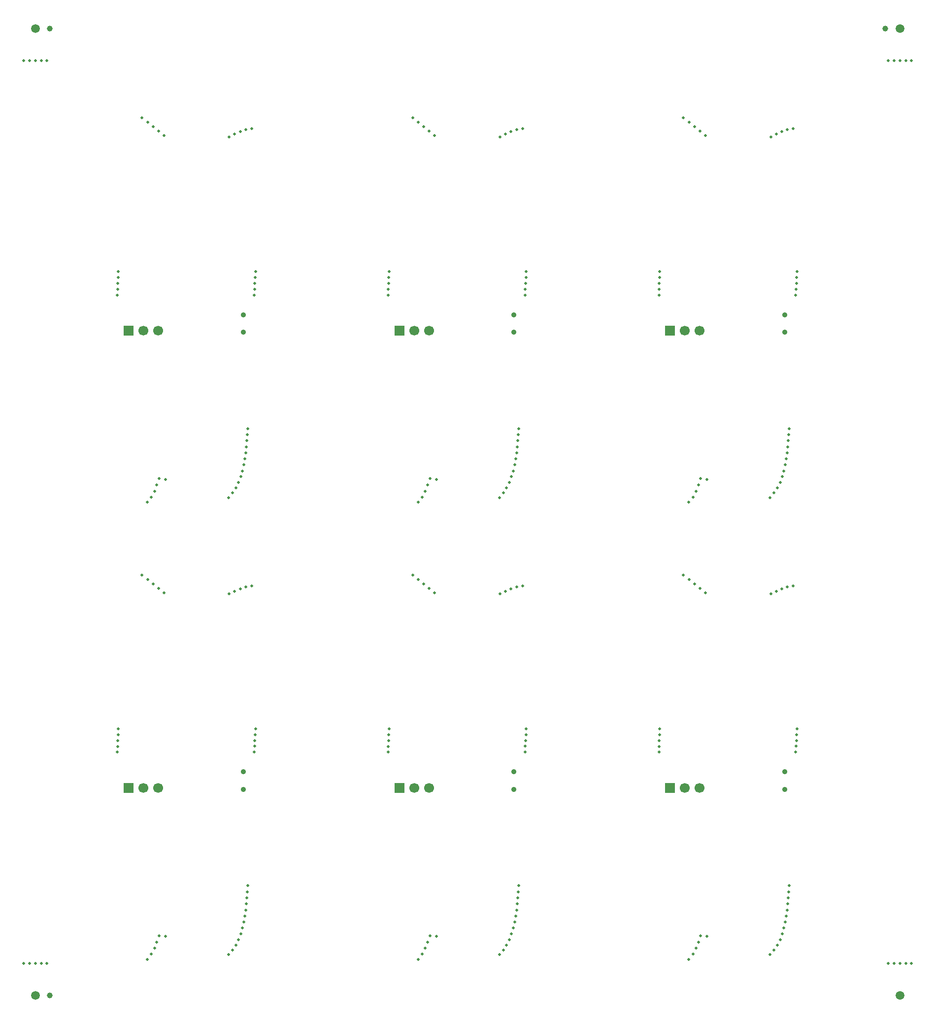
<source format=gbr>
%TF.GenerationSoftware,KiCad,Pcbnew,9.0.3*%
%TF.CreationDate,2025-07-23T15:56:11-05:00*%
%TF.ProjectId,panel,70616e65-6c2e-46b6-9963-61645f706362,rev?*%
%TF.SameCoordinates,Original*%
%TF.FileFunction,Soldermask,Top*%
%TF.FilePolarity,Negative*%
%FSLAX46Y46*%
G04 Gerber Fmt 4.6, Leading zero omitted, Abs format (unit mm)*
G04 Created by KiCad (PCBNEW 9.0.3) date 2025-07-23 15:56:11*
%MOMM*%
%LPD*%
G01*
G04 APERTURE LIST*
%ADD10C,0.500000*%
%ADD11C,1.500000*%
%ADD12C,1.000000*%
%ADD13C,0.900000*%
%ADD14R,1.700000X1.700000*%
%ADD15C,1.700000*%
G04 APERTURE END LIST*
D10*
%TO.C,KiKit_MB_28_4*%
X156920592Y-118395879D03*
%TD*%
%TO.C,KiKit_MB_7_4*%
X134942661Y-65277159D03*
%TD*%
%TO.C,KiKit_MB_26_5*%
X158363346Y-146799648D03*
%TD*%
%TO.C,KiKit_MB_30_2*%
X157182136Y-170812487D03*
%TD*%
%TO.C,KiKit_MB_8_2*%
X158518465Y-65260219D03*
%TD*%
%TO.C,KiKit_MB_35_3*%
X188147478Y-179442975D03*
%TD*%
%TO.C,KiKit_MB_32_3*%
X204999085Y-144800315D03*
%TD*%
%TO.C,KiKit_MB_36_2*%
X203714462Y-170812487D03*
%TD*%
%TO.C,KiKit_MB_24_6*%
X110220238Y-174976825D03*
%TD*%
%TO.C,KiKit_MB_5_5*%
X94154426Y-102982266D03*
%TD*%
D11*
%TO.C,KiKit_TO_3*%
X74201511Y-188580862D03*
%TD*%
D10*
%TO.C,KiKit_MB_36_12*%
X201154453Y-180818929D03*
%TD*%
%TO.C,KiKit_MB_38_6*%
X76201511Y-183080862D03*
%TD*%
%TO.C,KiKit_MB_34_5*%
X204475259Y-118224143D03*
%TD*%
%TO.C,KiKit_MB_12_12*%
X154622127Y-102278498D03*
%TD*%
%TO.C,KiKit_MB_24_8*%
X109797370Y-177026405D03*
%TD*%
%TO.C,KiKit_MB_6_7*%
X110033789Y-97466434D03*
%TD*%
%TO.C,KiKit_MB_6_1*%
X110724483Y-91227774D03*
%TD*%
%TO.C,KiKit_MB_3_4*%
X95364521Y-40122792D03*
%TD*%
%TO.C,KiKit_MB_3_2*%
X93482422Y-38576491D03*
%TD*%
%TO.C,KiKit_MB_25_1*%
X134840634Y-146817156D03*
%TD*%
%TO.C,KiKit_MB_12_6*%
X156752564Y-96436394D03*
%TD*%
%TO.C,KiKit_MB_6_13*%
X107404920Y-103069553D03*
%TD*%
%TO.C,KiKit_MB_36_7*%
X203098441Y-176006865D03*
%TD*%
%TO.C,KiKit_MB_19_2*%
X88342318Y-145817300D03*
%TD*%
%TO.C,KiKit_MB_3_1*%
X92529188Y-37818475D03*
%TD*%
%TO.C,KiKit_MB_23_3*%
X95082827Y-179442975D03*
%TD*%
%TO.C,KiKit_MB_36_10*%
X202197888Y-179009585D03*
%TD*%
%TO.C,KiKit_MB_5_3*%
X95082827Y-100902544D03*
%TD*%
%TO.C,KiKit_MB_5_1*%
X96575135Y-99933175D03*
%TD*%
%TO.C,KiKit_MB_24_7*%
X110033789Y-176006865D03*
%TD*%
%TO.C,KiKit_MB_32_5*%
X204895672Y-146799648D03*
%TD*%
%TO.C,KiKit_MB_39_5*%
X223798489Y-28000000D03*
%TD*%
%TO.C,KiKit_MB_1_5*%
X88444345Y-64277304D03*
%TD*%
%TO.C,KiKit_MB_6_5*%
X110367103Y-95399845D03*
%TD*%
%TO.C,KiKit_MB_15_5*%
X189374006Y-40891292D03*
%TD*%
%TO.C,KiKit_MB_18_6*%
X203284890Y-96436394D03*
%TD*%
%TO.C,KiKit_MB_6_12*%
X108089801Y-102278498D03*
%TD*%
%TO.C,KiKit_MB_15_2*%
X186547073Y-38576491D03*
%TD*%
%TO.C,KiKit_MB_12_3*%
X157098852Y-93315698D03*
%TD*%
%TO.C,KiKit_MB_2_5*%
X111831020Y-68259217D03*
%TD*%
%TO.C,KiKit_MB_24_2*%
X110649810Y-170812487D03*
%TD*%
%TO.C,KiKit_MB_36_8*%
X202862022Y-177026405D03*
%TD*%
%TO.C,KiKit_MB_37_5*%
X75201511Y-28000000D03*
%TD*%
%TO.C,KiKit_MB_5_4*%
X94676725Y-101968981D03*
%TD*%
%TO.C,KiKit_MB_16_5*%
X204475259Y-39683713D03*
%TD*%
%TO.C,KiKit_MB_35_2*%
X188543199Y-178373195D03*
%TD*%
%TO.C,KiKit_MB_18_13*%
X200469572Y-103069553D03*
%TD*%
%TO.C,KiKit_MB_14_5*%
X204895672Y-68259217D03*
%TD*%
%TO.C,KiKit_MB_21_5*%
X96309355Y-119431722D03*
%TD*%
%TO.C,KiKit_MB_17_6*%
X186496038Y-103861294D03*
%TD*%
%TO.C,KiKit_MB_17_5*%
X187219077Y-102982266D03*
%TD*%
%TO.C,KiKit_MB_31_3*%
X181440978Y-144817445D03*
%TD*%
%TO.C,KiKit_MB_10_1*%
X154068086Y-41087894D03*
%TD*%
%TO.C,KiKit_MB_1_3*%
X88376327Y-66277014D03*
%TD*%
%TO.C,KiKit_MB_29_2*%
X142010873Y-178373195D03*
%TD*%
%TO.C,KiKit_MB_25_5*%
X134976670Y-142817734D03*
%TD*%
%TO.C,KiKit_MB_6_2*%
X110649810Y-92272056D03*
%TD*%
%TO.C,KiKit_MB_31_1*%
X181372960Y-146817156D03*
%TD*%
%TO.C,KiKit_MB_28_3*%
X155938780Y-118730347D03*
%TD*%
%TO.C,KiKit_MB_33_2*%
X186547073Y-117116921D03*
%TD*%
%TO.C,KiKit_MB_40_5*%
X223798489Y-183080862D03*
%TD*%
%TO.C,KiKit_MB_30_10*%
X155665562Y-179009585D03*
%TD*%
%TO.C,KiKit_MB_12_4*%
X157015188Y-94359304D03*
%TD*%
%TO.C,KiKit_MB_4_3*%
X109406454Y-40189917D03*
%TD*%
%TO.C,KiKit_MB_9_4*%
X141896846Y-40122792D03*
%TD*%
%TO.C,KiKit_MB_23_5*%
X94154426Y-181522697D03*
%TD*%
%TO.C,KiKit_MB_2_1*%
X112037846Y-64260553D03*
%TD*%
%TO.C,KiKit_MB_31_5*%
X181508996Y-142817734D03*
%TD*%
%TO.C,KiKit_MB_2_4*%
X111882726Y-67259550D03*
%TD*%
%TO.C,KiKit_MB_26_2*%
X158518465Y-143800649D03*
%TD*%
%TO.C,KiKit_MB_16_1*%
X200600412Y-41087894D03*
%TD*%
%TO.C,KiKit_MB_3_5*%
X96309355Y-40891292D03*
%TD*%
%TO.C,KiKit_MB_23_4*%
X94676725Y-180509412D03*
%TD*%
%TO.C,KiKit_MB_36_4*%
X203547514Y-172899735D03*
%TD*%
%TO.C,KiKit_MB_20_1*%
X112037846Y-142800983D03*
%TD*%
%TO.C,KiKit_MB_30_3*%
X157098852Y-171856129D03*
%TD*%
%TO.C,KiKit_MB_24_11*%
X108665829Y-179945770D03*
%TD*%
%TO.C,KiKit_MB_36_1*%
X203789135Y-169768205D03*
%TD*%
%TO.C,KiKit_MB_30_13*%
X153937246Y-181609984D03*
%TD*%
%TO.C,KiKit_MB_4_2*%
X108460875Y-40617371D03*
%TD*%
%TO.C,KiKit_MB_39_3*%
X221798489Y-28000000D03*
%TD*%
%TO.C,KiKit_MB_24_4*%
X110482862Y-172899735D03*
%TD*%
%TO.C,KiKit_MB_39_6*%
X224798489Y-28000000D03*
%TD*%
%TO.C,KiKit_MB_12_1*%
X157256809Y-91227774D03*
%TD*%
%TO.C,KiKit_MB_9_3*%
X140955796Y-39349641D03*
%TD*%
%TO.C,KiKit_MB_10_5*%
X157942933Y-39683713D03*
%TD*%
%TO.C,KiKit_MB_24_9*%
X109498572Y-178029165D03*
%TD*%
%TO.C,KiKit_MB_30_12*%
X154622127Y-180818929D03*
%TD*%
%TO.C,KiKit_MB_13_4*%
X181474987Y-65277159D03*
%TD*%
%TO.C,KiKit_MB_24_12*%
X108089801Y-180818929D03*
%TD*%
%TO.C,KiKit_MB_18_5*%
X203431755Y-95399845D03*
%TD*%
%TO.C,KiKit_MB_27_3*%
X140955796Y-117890071D03*
%TD*%
%TO.C,KiKit_MB_35_5*%
X187219077Y-181522697D03*
%TD*%
%TO.C,KiKit_MB_25_3*%
X134908652Y-144817445D03*
%TD*%
%TO.C,KiKit_MB_38_3*%
X73201511Y-183080862D03*
%TD*%
%TO.C,KiKit_MB_30_9*%
X156030898Y-178029165D03*
%TD*%
%TO.C,KiKit_MB_30_6*%
X156752564Y-174976825D03*
%TD*%
%TO.C,KiKit_MB_26_3*%
X158466759Y-144800315D03*
%TD*%
%TO.C,KiKit_MB_40_2*%
X220798489Y-183080862D03*
%TD*%
%TO.C,KiKit_MB_10_3*%
X155938780Y-40189917D03*
%TD*%
%TO.C,KiKit_MB_18_10*%
X202197888Y-100469154D03*
%TD*%
D12*
%TO.C,KiKit_FID_T_2*%
X220298489Y-22500000D03*
%TD*%
D10*
%TO.C,KiKit_MB_24_3*%
X110566526Y-171856129D03*
%TD*%
%TO.C,KiKit_MB_8_1*%
X158570172Y-64260553D03*
%TD*%
%TO.C,KiKit_MB_40_3*%
X221798489Y-183080862D03*
%TD*%
%TO.C,KiKit_MB_30_7*%
X156566115Y-176006865D03*
%TD*%
%TO.C,KiKit_MB_15_3*%
X187488122Y-39349641D03*
%TD*%
%TO.C,KiKit_MB_26_1*%
X158570172Y-142800983D03*
%TD*%
%TO.C,KiKit_MB_32_1*%
X205102498Y-142800983D03*
%TD*%
%TO.C,KiKit_MB_27_2*%
X140014747Y-117116921D03*
%TD*%
%TO.C,KiKit_MB_8_4*%
X158415052Y-67259550D03*
%TD*%
%TO.C,KiKit_MB_12_2*%
X157182136Y-92272056D03*
%TD*%
%TO.C,KiKit_MB_6_10*%
X109133236Y-100469154D03*
%TD*%
%TO.C,KiKit_MB_13_3*%
X181440978Y-66277014D03*
%TD*%
%TO.C,KiKit_MB_8_3*%
X158466759Y-66259885D03*
%TD*%
%TO.C,KiKit_MB_19_5*%
X88444345Y-142817734D03*
%TD*%
%TO.C,KiKit_MB_11_3*%
X141615152Y-100902544D03*
%TD*%
%TO.C,KiKit_MB_22_4*%
X110388266Y-118395879D03*
%TD*%
%TO.C,KiKit_MB_30_8*%
X156329696Y-177026405D03*
%TD*%
%TO.C,KiKit_MB_36_3*%
X203631178Y-171856129D03*
%TD*%
%TO.C,KiKit_MB_13_5*%
X181508996Y-64277304D03*
%TD*%
%TO.C,KiKit_MB_25_4*%
X134942661Y-143817589D03*
%TD*%
%TO.C,KiKit_MB_14_1*%
X205102498Y-64260553D03*
%TD*%
%TO.C,KiKit_MB_34_2*%
X201525527Y-119157801D03*
%TD*%
%TO.C,KiKit_MB_19_1*%
X88308309Y-146817156D03*
%TD*%
%TO.C,KiKit_MB_23_1*%
X96575135Y-178473606D03*
%TD*%
%TO.C,KiKit_MB_11_6*%
X139963712Y-103861294D03*
%TD*%
%TO.C,KiKit_MB_33_1*%
X185593839Y-116358905D03*
%TD*%
%TO.C,KiKit_MB_16_4*%
X203452918Y-39855449D03*
%TD*%
%TO.C,KiKit_MB_20_2*%
X111986139Y-143800649D03*
%TD*%
%TO.C,KiKit_MB_4_4*%
X110388266Y-39855449D03*
%TD*%
%TO.C,KiKit_MB_9_5*%
X142841680Y-40891292D03*
%TD*%
%TO.C,KiKit_MB_18_11*%
X201730481Y-101405339D03*
%TD*%
%TO.C,KiKit_MB_12_7*%
X156566115Y-97466434D03*
%TD*%
%TO.C,KiKit_MB_12_11*%
X155198155Y-101405339D03*
%TD*%
%TO.C,KiKit_MB_28_5*%
X157942933Y-118224143D03*
%TD*%
%TO.C,KiKit_MB_36_13*%
X200469572Y-181609984D03*
%TD*%
%TO.C,KiKit_MB_29_1*%
X143107460Y-178473606D03*
%TD*%
%TO.C,KiKit_MB_27_4*%
X141896846Y-118663222D03*
%TD*%
%TO.C,KiKit_MB_26_4*%
X158415052Y-145799981D03*
%TD*%
%TO.C,KiKit_MB_16_2*%
X201525527Y-40617371D03*
%TD*%
%TO.C,KiKit_MB_28_2*%
X154993201Y-119157801D03*
%TD*%
%TO.C,KiKit_MB_1_2*%
X88342318Y-67276869D03*
%TD*%
%TO.C,KiKit_MB_27_5*%
X142841680Y-119431722D03*
%TD*%
%TO.C,KiKit_MB_40_4*%
X222798489Y-183080862D03*
%TD*%
%TO.C,KiKit_MB_24_5*%
X110367103Y-173940276D03*
%TD*%
%TO.C,KiKit_MB_18_9*%
X202563224Y-99488734D03*
%TD*%
%TO.C,KiKit_MB_18_1*%
X203789135Y-91227774D03*
%TD*%
%TO.C,KiKit_MB_12_13*%
X153937246Y-103069553D03*
%TD*%
%TO.C,KiKit_MB_6_4*%
X110482862Y-94359304D03*
%TD*%
%TO.C,KiKit_MB_21_1*%
X92529188Y-116358905D03*
%TD*%
%TO.C,KiKit_MB_21_3*%
X94423471Y-117890071D03*
%TD*%
%TO.C,KiKit_MB_38_4*%
X74201511Y-183080862D03*
%TD*%
%TO.C,KiKit_MB_30_11*%
X155198155Y-179945770D03*
%TD*%
%TO.C,KiKit_MB_36_5*%
X203431755Y-173940276D03*
%TD*%
%TO.C,KiKit_MB_32_4*%
X204947378Y-145799981D03*
%TD*%
%TO.C,KiKit_MB_30_5*%
X156899429Y-173940276D03*
%TD*%
%TO.C,KiKit_MB_37_6*%
X76201511Y-28000000D03*
%TD*%
%TO.C,KiKit_MB_4_1*%
X107535760Y-41087894D03*
%TD*%
%TO.C,KiKit_MB_20_4*%
X111882726Y-145799981D03*
%TD*%
%TO.C,KiKit_MB_10_2*%
X154993201Y-40617371D03*
%TD*%
%TO.C,KiKit_MB_9_1*%
X139061513Y-37818475D03*
%TD*%
%TO.C,KiKit_MB_37_3*%
X73201511Y-28000000D03*
%TD*%
%TO.C,KiKit_MB_12_8*%
X156329696Y-98485974D03*
%TD*%
%TO.C,KiKit_MB_37_2*%
X72201511Y-28000000D03*
%TD*%
%TO.C,KiKit_MB_6_3*%
X110566526Y-93315698D03*
%TD*%
D11*
%TO.C,KiKit_TO_1*%
X74201511Y-22500000D03*
%TD*%
D10*
%TO.C,KiKit_MB_1_4*%
X88410336Y-65277159D03*
%TD*%
%TO.C,KiKit_MB_17_3*%
X188147478Y-100902544D03*
%TD*%
%TO.C,KiKit_MB_10_4*%
X156920592Y-39855449D03*
%TD*%
%TO.C,KiKit_MB_39_4*%
X222798489Y-28000000D03*
%TD*%
%TO.C,KiKit_MB_9_2*%
X140014747Y-38576491D03*
%TD*%
%TO.C,KiKit_MB_23_2*%
X95478548Y-178373195D03*
%TD*%
%TO.C,KiKit_MB_15_4*%
X188429172Y-40122792D03*
%TD*%
%TO.C,KiKit_MB_22_1*%
X107535760Y-119628324D03*
%TD*%
%TO.C,KiKit_MB_23_6*%
X93431387Y-182401725D03*
%TD*%
%TO.C,KiKit_MB_11_4*%
X141209050Y-101968981D03*
%TD*%
%TO.C,KiKit_MB_7_5*%
X134976670Y-64277304D03*
%TD*%
%TO.C,KiKit_MB_37_4*%
X74201511Y-28000000D03*
%TD*%
%TO.C,KiKit_MB_5_2*%
X95478548Y-99832764D03*
%TD*%
%TO.C,KiKit_MB_36_9*%
X202563224Y-178029165D03*
%TD*%
%TO.C,KiKit_MB_7_3*%
X134908652Y-66277014D03*
%TD*%
%TO.C,KiKit_MB_35_1*%
X189639786Y-178473606D03*
%TD*%
%TO.C,KiKit_MB_29_3*%
X141615152Y-179442975D03*
%TD*%
D11*
%TO.C,KiKit_TO_4*%
X222798489Y-188580862D03*
%TD*%
D10*
%TO.C,KiKit_MB_5_6*%
X93431387Y-103861294D03*
%TD*%
%TO.C,KiKit_MB_40_6*%
X224798489Y-183080862D03*
%TD*%
%TO.C,KiKit_MB_1_1*%
X88308309Y-68276725D03*
%TD*%
%TO.C,KiKit_MB_25_2*%
X134874643Y-145817300D03*
%TD*%
%TO.C,KiKit_MB_18_8*%
X202862022Y-98485974D03*
%TD*%
D12*
%TO.C,KiKit_FID_T_1*%
X76701511Y-22500000D03*
%TD*%
D10*
%TO.C,KiKit_MB_20_3*%
X111934433Y-144800315D03*
%TD*%
D11*
%TO.C,KiKit_TO_2*%
X222798489Y-22500000D03*
%TD*%
D10*
%TO.C,KiKit_MB_17_4*%
X187741376Y-101968981D03*
%TD*%
%TO.C,KiKit_MB_33_5*%
X189374006Y-119431722D03*
%TD*%
%TO.C,KiKit_MB_2_3*%
X111934433Y-66259885D03*
%TD*%
%TO.C,KiKit_MB_11_5*%
X140686751Y-102982266D03*
%TD*%
%TO.C,KiKit_MB_12_5*%
X156899429Y-95399845D03*
%TD*%
%TO.C,KiKit_MB_31_2*%
X181406969Y-145817300D03*
%TD*%
%TO.C,KiKit_MB_22_5*%
X111410607Y-118224143D03*
%TD*%
%TO.C,KiKit_MB_18_3*%
X203631178Y-93315698D03*
%TD*%
%TO.C,KiKit_MB_6_6*%
X110220238Y-96436394D03*
%TD*%
%TO.C,KiKit_MB_38_5*%
X75201511Y-183080862D03*
%TD*%
%TO.C,KiKit_MB_13_2*%
X181406969Y-67276869D03*
%TD*%
%TO.C,KiKit_MB_14_2*%
X205050791Y-65260219D03*
%TD*%
%TO.C,KiKit_MB_34_4*%
X203452918Y-118395879D03*
%TD*%
%TO.C,KiKit_MB_33_3*%
X187488122Y-117890071D03*
%TD*%
%TO.C,KiKit_MB_31_4*%
X181474987Y-143817589D03*
%TD*%
%TO.C,KiKit_MB_18_12*%
X201154453Y-102278498D03*
%TD*%
%TO.C,KiKit_MB_33_4*%
X188429172Y-118663222D03*
%TD*%
%TO.C,KiKit_MB_21_4*%
X95364521Y-118663222D03*
%TD*%
%TO.C,KiKit_MB_19_4*%
X88410336Y-143817589D03*
%TD*%
%TO.C,KiKit_MB_15_1*%
X185593839Y-37818475D03*
%TD*%
%TO.C,KiKit_MB_24_13*%
X107404920Y-181609984D03*
%TD*%
%TO.C,KiKit_MB_38_2*%
X72201511Y-183080862D03*
%TD*%
%TO.C,KiKit_MB_29_5*%
X140686751Y-181522697D03*
%TD*%
%TO.C,KiKit_MB_18_7*%
X203098441Y-97466434D03*
%TD*%
%TO.C,KiKit_MB_22_2*%
X108460875Y-119157801D03*
%TD*%
%TO.C,KiKit_MB_39_2*%
X220798489Y-28000000D03*
%TD*%
%TO.C,KiKit_MB_11_2*%
X142010873Y-99832764D03*
%TD*%
%TO.C,KiKit_MB_24_10*%
X109133236Y-179009585D03*
%TD*%
%TO.C,KiKit_MB_27_1*%
X139061513Y-116358905D03*
%TD*%
%TO.C,KiKit_MB_4_5*%
X111410607Y-39683713D03*
%TD*%
%TO.C,KiKit_MB_24_1*%
X110724483Y-169768205D03*
%TD*%
%TO.C,KiKit_MB_7_1*%
X134840634Y-68276725D03*
%TD*%
%TO.C,KiKit_MB_17_1*%
X189639786Y-99933175D03*
%TD*%
%TO.C,KiKit_MB_3_3*%
X94423471Y-39349641D03*
%TD*%
%TO.C,KiKit_MB_6_11*%
X108665829Y-101405339D03*
%TD*%
%TO.C,KiKit_MB_12_10*%
X155665562Y-100469154D03*
%TD*%
%TO.C,KiKit_MB_18_4*%
X203547514Y-94359304D03*
%TD*%
%TO.C,KiKit_MB_36_11*%
X201730481Y-179945770D03*
%TD*%
%TO.C,KiKit_MB_32_2*%
X205050791Y-143800649D03*
%TD*%
%TO.C,KiKit_MB_29_4*%
X141209050Y-180509412D03*
%TD*%
%TO.C,KiKit_MB_21_2*%
X93482422Y-117116921D03*
%TD*%
%TO.C,KiKit_MB_34_3*%
X202471106Y-118730347D03*
%TD*%
%TO.C,KiKit_MB_35_6*%
X186496038Y-182401725D03*
%TD*%
%TO.C,KiKit_MB_13_1*%
X181372960Y-68276725D03*
%TD*%
%TO.C,KiKit_MB_11_1*%
X143107460Y-99933175D03*
%TD*%
%TO.C,KiKit_MB_18_2*%
X203714462Y-92272056D03*
%TD*%
%TO.C,KiKit_MB_35_4*%
X187741376Y-180509412D03*
%TD*%
%TO.C,KiKit_MB_20_5*%
X111831020Y-146799648D03*
%TD*%
%TO.C,KiKit_MB_30_1*%
X157256809Y-169768205D03*
%TD*%
%TO.C,KiKit_MB_7_2*%
X134874643Y-67276869D03*
%TD*%
%TO.C,KiKit_MB_2_2*%
X111986139Y-65260219D03*
%TD*%
%TO.C,KiKit_MB_16_3*%
X202471106Y-40189917D03*
%TD*%
%TO.C,KiKit_MB_29_6*%
X139963712Y-182401725D03*
%TD*%
%TO.C,KiKit_MB_6_8*%
X109797370Y-98485974D03*
%TD*%
%TO.C,KiKit_MB_17_2*%
X188543199Y-99832764D03*
%TD*%
%TO.C,KiKit_MB_28_1*%
X154068086Y-119628324D03*
%TD*%
%TO.C,KiKit_MB_8_5*%
X158363346Y-68259217D03*
%TD*%
%TO.C,KiKit_MB_14_3*%
X204999085Y-66259885D03*
%TD*%
%TO.C,KiKit_MB_36_6*%
X203284890Y-174976825D03*
%TD*%
%TO.C,KiKit_MB_6_9*%
X109498572Y-99488734D03*
%TD*%
%TO.C,KiKit_MB_30_4*%
X157015188Y-172899735D03*
%TD*%
%TO.C,KiKit_MB_14_4*%
X204947378Y-67259550D03*
%TD*%
%TO.C,KiKit_MB_22_3*%
X109406454Y-118730347D03*
%TD*%
D12*
%TO.C,KiKit_FID_T_3*%
X76701511Y-188580862D03*
%TD*%
D10*
%TO.C,KiKit_MB_19_3*%
X88376327Y-144817445D03*
%TD*%
%TO.C,KiKit_MB_34_1*%
X200600412Y-119628324D03*
%TD*%
%TO.C,KiKit_MB_12_9*%
X156030898Y-99488734D03*
%TD*%
D13*
%TO.C,SW1*%
X202987213Y-153205334D03*
X202987213Y-150205334D03*
%TD*%
D14*
%TO.C,J2*%
X183307213Y-74414903D03*
D15*
X185847213Y-74414903D03*
X188387213Y-74414903D03*
%TD*%
D13*
%TO.C,SW1*%
X156454887Y-74664903D03*
X156454887Y-71664903D03*
%TD*%
D14*
%TO.C,J2*%
X136774887Y-74414903D03*
D15*
X139314887Y-74414903D03*
X141854887Y-74414903D03*
%TD*%
D14*
%TO.C,J2*%
X136774887Y-152955334D03*
D15*
X139314887Y-152955334D03*
X141854887Y-152955334D03*
%TD*%
D14*
%TO.C,J2*%
X183307213Y-152955334D03*
D15*
X185847213Y-152955334D03*
X188387213Y-152955334D03*
%TD*%
D14*
%TO.C,J2*%
X90242561Y-74414903D03*
D15*
X92782561Y-74414903D03*
X95322561Y-74414903D03*
%TD*%
D13*
%TO.C,SW1*%
X156454887Y-153205334D03*
X156454887Y-150205334D03*
%TD*%
D14*
%TO.C,J2*%
X90242561Y-152955334D03*
D15*
X92782561Y-152955334D03*
X95322561Y-152955334D03*
%TD*%
D13*
%TO.C,SW1*%
X202987213Y-74664903D03*
X202987213Y-71664903D03*
%TD*%
%TO.C,SW1*%
X109922561Y-74664903D03*
X109922561Y-71664903D03*
%TD*%
%TO.C,SW1*%
X109922561Y-153205334D03*
X109922561Y-150205334D03*
%TD*%
M02*

</source>
